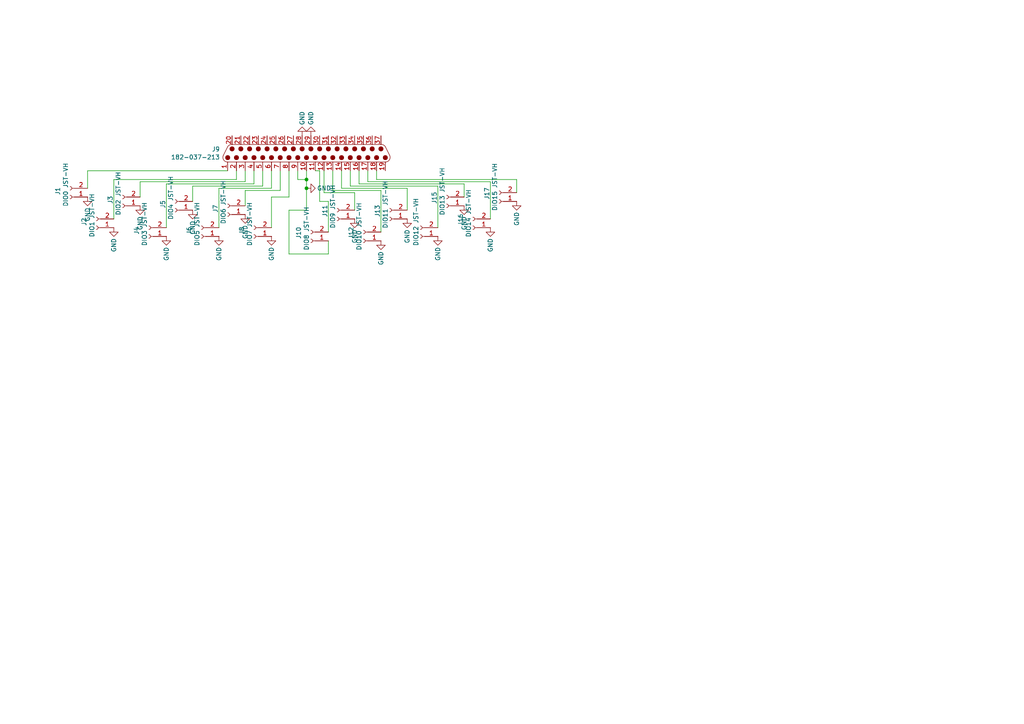
<source format=kicad_sch>
(kicad_sch (version 20250114) (generator "eeschema") (generator_version "9.0")
  (paper "A4")
  (title_block (title "Digital Input/Output Board") (date "2025-08-24") (rev "Rev B") (company "Gibson Curtis"))
  (lib_symbols
    (symbol "Connector:Conn_01x02_Socket" (pin_names (offset 1.016) (hide yes))
      (property "Reference" "J" (at 0 2.54 0))
      (property "Value" "Conn_01x02_Socket" (at 0 -5.08 0))
      (symbol "Conn_01x02_Socket_1_1"
        (polyline (pts (xy -1.27 0) (xy -0.508 0)) (stroke (width 0.1524)))
        (polyline (pts (xy -1.27 -2.54) (xy -0.508 -2.54)) (stroke (width 0.1524)))
        (arc (start 0 -0.508) (mid -0.5058 0) (end 0 0.508) (stroke (width 0.1524)))
        (arc (start 0 -3.048) (mid -0.5058 -2.54) (end 0 -2.032) (stroke (width 0.1524)))
        (pin passive line (at -5.08 0 0) (length 3.81) (name "Pin_1") (number "1"))
        (pin passive line (at -5.08 -2.54 0) (length 3.81) (name "Pin_2") (number "2"))
      )
    )
    (symbol "custom-symbols:182-037-213" (pin_names (offset 1.016))
      (property "Reference" "J" (at 0 -10.16 0))
      (property "Value" "custom-symbols_182-037-213" (at 0 10.16 0))
      (symbol "182-037-213_0_1"
        (arc (start -21.59 -2.54) (mid -22.7607 -1.9426) (end -22.86 -0.635))
        (polyline (pts (xy -21.59 1.905) (xy -22.86 -0.635)))
        (circle (center -21.59 -1.27) (radius 0.635) (fill (type outline)))
        (polyline (pts (xy -21.59 -2.54) (xy 24.13 -2.54)))
        (arc (start -21.59 1.905) (mid -21.0447 2.4) (end -20.32 2.54))
        (circle (center -20.32 1.27) (radius 0.635) (fill (type outline)))
        (circle (center -19.05 -1.27) (radius 0.635) (fill (type outline)))
        (circle (center -17.78 1.27) (radius 0.635) (fill (type outline)))
        (circle (center -16.51 -1.27) (radius 0.635) (fill (type outline)))
        (circle (center -15.24 1.27) (radius 0.635) (fill (type outline)))
        (circle (center -13.97 -1.27) (radius 0.635) (fill (type outline)))
        (circle (center -12.7 1.27) (radius 0.635) (fill (type outline)))
        (circle (center -11.43 -1.27) (radius 0.635) (fill (type outline)))
        (circle (center -10.16 1.27) (radius 0.635) (fill (type outline)))
        (circle (center -8.89 -1.27) (radius 0.635) (fill (type outline)))
        (circle (center -7.62 1.27) (radius 0.635) (fill (type outline)))
        (circle (center -6.35 -1.27) (radius 0.635) (fill (type outline)))
        (circle (center -5.08 1.27) (radius 0.635) (fill (type outline)))
        (circle (center -3.81 -1.27) (radius 0.635) (fill (type outline)))
        (circle (center -2.54 1.27) (radius 0.635) (fill (type outline)))
        (circle (center -1.27 -1.27) (radius 0.635) (fill (type outline)))
        (circle (center 0 1.27) (radius 0.635) (fill (type outline)))
        (circle (center 1.27 -1.27) (radius 0.635) (fill (type outline)))
        (circle (center 2.54 1.27) (radius 0.635) (fill (type outline)))
        (circle (center 3.81 -1.27) (radius 0.635) (fill (type outline)))
        (circle (center 5.08 1.27) (radius 0.635) (fill (type outline)))
        (circle (center 6.35 -1.27) (radius 0.635) (fill (type outline)))
        (circle (center 7.62 1.27) (radius 0.635) (fill (type outline)))
        (circle (center 8.89 -1.27) (radius 0.635) (fill (type outline)))
        (circle (center 10.16 1.27) (radius 0.635) (fill (type outline)))
        (circle (center 11.43 -1.27) (radius 0.635) (fill (type outline)))
        (circle (center 12.7 1.27) (radius 0.635) (fill (type outline)))
        (circle (center 13.97 -1.27) (radius 0.635) (fill (type outline)))
        (circle (center 15.24 1.27) (radius 0.635) (fill (type outline)))
        (circle (center 16.51 -1.27) (radius 0.635) (fill (type outline)))
        (circle (center 17.78 1.27) (radius 0.635) (fill (type outline)))
        (circle (center 19.05 -1.27) (radius 0.635) (fill (type outline)))
        (circle (center 20.32 1.27) (radius 0.635) (fill (type outline)))
        (circle (center 21.59 -1.27) (radius 0.635) (fill (type outline)))
        (polyline (pts (xy 22.86 2.54) (xy -20.32 2.54)) (fill (type background)))
        (circle (center 22.86 1.27) (radius 0.635) (fill (type outline)))
        (arc (start 22.86 2.54) (mid 23.5874 2.4054) (end 24.13 1.905))
        (circle (center 24.13 -1.27) (radius 0.635) (fill (type outline)))
        (arc (start 25.4 -0.635) (mid 25.2957 -1.9393) (end 24.13 -2.54))
        (polyline (pts (xy 25.4 -0.635) (xy 24.13 1.905)))
      )
      (symbol "182-037-213_1_1"
        (pin input line (at -21.59 -5.08 90) (length 2.54) (name "~") (number "1"))
        (pin input line (at -20.32 5.08 270) (length 2.54) (name "~") (number "20"))
        (pin input line (at -19.05 -5.08 90) (length 2.54) (name "~") (number "2"))
        (pin input line (at -17.78 5.08 270) (length 2.54) (name "~") (number "21"))
        (pin input line (at -16.51 -5.08 90) (length 2.54) (name "~") (number "3"))
        (pin input line (at -15.24 5.08 270) (length 2.54) (name "~") (number "22"))
        (pin input line (at -13.97 -5.08 90) (length 2.54) (name "~") (number "4"))
        (pin input line (at -12.7 5.08 270) (length 2.54) (name "~") (number "23"))
        (pin input line (at -11.43 -5.08 90) (length 2.54) (name "~") (number "5"))
        (pin input line (at -10.16 5.08 270) (length 2.54) (name "~") (number "24"))
        (pin input line (at -8.89 -5.08 90) (length 2.54) (name "~") (number "6"))
        (pin input line (at -7.62 5.08 270) (length 2.54) (name "~") (number "25"))
        (pin input line (at -6.35 -5.08 90) (length 2.54) (name "~") (number "7"))
        (pin input line (at -5.08 5.08 270) (length 2.54) (name "~") (number "26"))
        (pin input line (at -3.81 -5.08 90) (length 2.54) (name "~") (number "8"))
        (pin input line (at -2.54 5.08 270) (length 2.54) (name "~") (number "27"))
        (pin input line (at -1.27 -5.08 90) (length 2.54) (name "~") (number "9"))
        (pin input line (at 0 5.08 270) (length 2.54) (name "~") (number "28"))
        (pin input line (at 1.27 -5.08 90) (length 2.54) (name "~") (number "10"))
        (pin input line (at 2.54 5.08 270) (length 2.54) (name "~") (number "29"))
        (pin input line (at 3.81 -5.08 90) (length 2.54) (name "~") (number "11"))
        (pin input line (at 5.08 5.08 270) (length 2.54) (name "~") (number "30"))
        (pin input line (at 6.35 -5.08 90) (length 2.54) (name "~") (number "12"))
        (pin input line (at 7.62 5.08 270) (length 2.54) (name "~") (number "31"))
        (pin input line (at 8.89 -5.08 90) (length 2.54) (name "~") (number "13"))
        (pin input line (at 10.16 5.08 270) (length 2.54) (name "~") (number "32"))
        (pin input line (at 11.43 -5.08 90) (length 2.54) (name "~") (number "14"))
        (pin input line (at 12.7 5.08 270) (length 2.54) (name "~") (number "33"))
        (pin input line (at 13.97 -5.08 90) (length 2.54) (name "~") (number "15"))
        (pin input line (at 15.24 5.08 270) (length 2.54) (name "~") (number "34"))
        (pin input line (at 16.51 -5.08 90) (length 2.54) (name "~") (number "16"))
        (pin input line (at 17.78 5.08 270) (length 2.54) (name "~") (number "35"))
        (pin input line (at 19.05 -5.08 90) (length 2.54) (name "~") (number "17"))
        (pin input line (at 20.32 5.08 270) (length 2.54) (name "~") (number "36"))
        (pin input line (at 21.59 -5.08 90) (length 2.54) (name "~") (number "18"))
        (pin input line (at 22.86 5.08 270) (length 2.54) (name "~") (number "37"))
        (pin input line (at 24.13 -5.08 90) (length 2.54) (name "~") (number "19"))
      )
    )
    (symbol "power:GND" (power) (pin_numbers (hide yes)) (pin_names (offset 0) (hide yes))
      (property "Value" "GND" (at 0 -3.81 0))
      (symbol "GND_0_1"
        (polyline (pts (xy 0 0) (xy 0 -1.27) (xy 1.27 -1.27) (xy 0 -2.54) (xy -1.27 -1.27) (xy 0 -1.27)))
      )
      (symbol "GND_1_1"
        (pin power_in line (at 0 0 270) (length 0) (name "~") (number "1"))
      )
    )
  )
  (junction (at 88.9 54.61))
  (junction (at 88.9 52.07))
  (wire (pts (xy 99.06 54.61) (xy 99.06 49.53)))
  (wire (pts (xy 95.25 73.66) (xy 83.82 73.66)))
  (wire (pts (xy 25.4 54.61) (xy 25.4 49.53)))
  (wire (pts (xy 110.49 67.31) (xy 110.49 55.245)))
  (wire (pts (xy 134.62 53.34) (xy 134.62 57.15)))
  (wire (pts (xy 78.74 57.15) (xy 83.82 57.15)))
  (wire (pts (xy 142.24 63.5) (xy 142.24 52.705)))
  (wire (pts (xy 102.87 55.88) (xy 93.98 55.88)))
  (wire (pts (xy 110.49 55.245) (xy 96.52 55.245)))
  (wire (pts (xy 48.26 53.34) (xy 48.26 66.04)))
  (wire (pts (xy 92.71 49.53) (xy 91.44 49.53)))
  (wire (pts (xy 118.11 54.61) (xy 99.06 54.61)))
  (wire (pts (xy 83.82 60.96) (xy 88.9 60.96)))
  (wire (pts (xy 33.02 52.07) (xy 68.58 52.07)))
  (wire (pts (xy 102.87 55.88) (xy 102.87 60.96)))
  (wire (pts (xy 55.88 53.975) (xy 55.88 58.42)))
  (wire (pts (xy 109.22 52.07) (xy 149.86 52.07)))
  (wire (pts (xy 86.36 49.53) (xy 86.36 52.07)))
  (wire (pts (xy 134.62 53.34) (xy 104.14 53.34)))
  (wire (pts (xy 92.71 58.42) (xy 92.71 49.53)))
  (wire (pts (xy 33.02 52.07) (xy 33.02 63.5)))
  (wire (pts (xy 48.26 53.34) (xy 73.66 53.34)))
  (wire (pts (xy 63.5 54.61) (xy 78.74 54.61)))
  (wire (pts (xy 55.88 53.975) (xy 76.2 53.975)))
  (wire (pts (xy 81.28 55.245) (xy 81.28 49.53)))
  (wire (pts (xy 106.68 52.705) (xy 106.68 49.53)))
  (wire (pts (xy 73.66 53.34) (xy 73.66 49.53)))
  (wire (pts (xy 40.64 52.705) (xy 71.12 52.705)))
  (wire (pts (xy 63.5 66.04) (xy 63.5 54.61)))
  (wire (pts (xy 104.14 53.34) (xy 104.14 49.53)))
  (wire (pts (xy 88.9 52.07) (xy 88.9 49.53)))
  (wire (pts (xy 71.12 55.245) (xy 71.12 59.69)))
  (wire (pts (xy 88.9 54.61) (xy 88.9 52.07)))
  (wire (pts (xy 40.64 52.705) (xy 40.64 57.15)))
  (wire (pts (xy 78.74 54.61) (xy 78.74 49.53)))
  (wire (pts (xy 93.98 55.88) (xy 93.98 49.53)))
  (wire (pts (xy 96.52 55.245) (xy 96.52 49.53)))
  (wire (pts (xy 71.12 52.705) (xy 71.12 49.53)))
  (wire (pts (xy 142.24 52.705) (xy 106.68 52.705)))
  (wire (pts (xy 127 53.975) (xy 101.6 53.975)))
  (wire (pts (xy 83.82 73.66) (xy 83.82 60.96)))
  (wire (pts (xy 95.25 69.85) (xy 95.25 73.66)))
  (wire (pts (xy 86.36 52.07) (xy 88.9 52.07)))
  (wire (pts (xy 68.58 52.07) (xy 68.58 49.53)))
  (wire (pts (xy 83.82 57.15) (xy 83.82 49.53)))
  (wire (pts (xy 78.74 66.04) (xy 78.74 57.15)))
  (wire (pts (xy 92.71 58.42) (xy 95.25 58.42)))
  (wire (pts (xy 149.86 52.07) (xy 149.86 55.88)))
  (wire (pts (xy 88.9 60.96) (xy 88.9 54.61)))
  (wire (pts (xy 76.2 53.975) (xy 76.2 49.53)))
  (wire (pts (xy 118.11 54.61) (xy 118.11 60.96)))
  (wire (pts (xy 127 66.04) (xy 127 53.975)))
  (wire (pts (xy 101.6 53.975) (xy 101.6 49.53)))
  (wire (pts (xy 71.12 55.245) (xy 81.28 55.245)))
  (wire (pts (xy 25.4 49.53) (xy 66.04 49.53)))
  (wire (pts (xy 109.22 49.53) (xy 109.22 52.07)))
  (wire (pts (xy 95.25 58.42) (xy 95.25 67.31)))
  (symbol (lib_id "custom-symbols:182-037-213") (at 87.63 44.45 0) (unit 1)
    (property "Reference" "J9" (at 63.8048 43.2816 0) (effects (justify right)))
    (property "Value" "182-037-213" (at 63.8048 45.593 0) (effects (justify right)))
    (property "Footprint" "Connector_Dsub:DSUB-37_Socket_Vertical_P2.77x2.84mm_MountingHoles" (effects (hide yes)))
  )
  (symbol (lib_id "Connector:Conn_01x02_Socket") (at 105.41 69.85 180) (unit 1)
    (property "Reference" "J12" (at 101.854 69.342 90) (effects (justify right)))
    (property "Value" "DIO10 JST-VH" (at 104.14 72.644 90) (effects (justify right)))
    (property "Footprint" "Connector_JST:JST_VH_B2P-VH-B_1x02_P3.96mm_Vertical" (effects (hide yes)))
    (property "Description" "Generic connector, single row, 01x02, script generated" (effects (hide yes)))
  )
  (symbol (lib_id "power:GND") (at 134.62 59.69 0) (unit 1)
    (property "Reference" "#PWR012" (effects (hide yes)))
    (property "Value" "GND" (at 134.62 64.77 90))
    (property "Description" "Power symbol creates a global label with name \"GND\" , ground" (effects (hide yes)))
  )
  (symbol (lib_id "Connector:Conn_01x02_Socket") (at 66.04 62.23 180) (unit 1)
    (property "Reference" "J7" (at 62.484 61.722 90) (effects (justify right)))
    (property "Value" "DIO6 JST-VH" (at 64.77 65.024 90) (effects (justify right)))
    (property "Footprint" "Connector_JST:JST_VH_B2P-VH-B_1x02_P3.96mm_Vertical" (effects (hide yes)))
    (property "Description" "Generic connector, single row, 01x02, script generated" (effects (hide yes)))
  )
  (symbol (lib_id "power:GND") (at 118.11 63.5 0) (unit 1)
    (property "Reference" "#PWR08" (effects (hide yes)))
    (property "Value" "GND" (at 118.11 68.58 90))
    (property "Description" "Power symbol creates a global label with name \"GND\" , ground" (effects (hide yes)))
  )
  (symbol (lib_id "power:GND") (at 55.88 60.96 0) (unit 1)
    (property "Reference" "#PWR016" (effects (hide yes)))
    (property "Value" "GND" (at 55.88 66.04 90))
    (property "Description" "Power symbol creates a global label with name \"GND\" , ground" (effects (hide yes)))
  )
  (symbol (lib_id "Connector:Conn_01x02_Socket") (at 129.54 59.69 180) (unit 1)
    (property "Reference" "J15" (at 125.984 59.182 90) (effects (justify right)))
    (property "Value" "DIO13 JST-VH" (at 128.27 62.484 90) (effects (justify right)))
    (property "Footprint" "Connector_JST:JST_VH_B2P-VH-B_1x02_P3.96mm_Vertical" (effects (hide yes)))
    (property "Description" "Generic connector, single row, 01x02, script generated" (effects (hide yes)))
  )
  (symbol (lib_id "power:GND") (at 63.5 68.58 0) (unit 1)
    (property "Reference" "#PWR015" (effects (hide yes)))
    (property "Value" "GND" (at 63.5 73.66 90))
    (property "Description" "Power symbol creates a global label with name \"GND\" , ground" (effects (hide yes)))
  )
  (symbol (lib_id "Connector:Conn_01x02_Socket") (at 43.18 68.58 180) (unit 1)
    (property "Reference" "J4" (at 39.624 68.072 90) (effects (justify right)))
    (property "Value" "DIO3 JST-VH" (at 41.91 71.374 90) (effects (justify right)))
    (property "Footprint" "Connector_JST:JST_VH_B2P-VH-B_1x02_P3.96mm_Vertical" (effects (hide yes)))
    (property "Description" "Generic connector, single row, 01x02, script generated" (effects (hide yes)))
  )
  (symbol (lib_id "power:GND") (at 71.12 62.23 0) (unit 1)
    (property "Reference" "#PWR014" (effects (hide yes)))
    (property "Value" "GND" (at 71.12 67.31 90))
    (property "Description" "Power symbol creates a global label with name \"GND\" , ground" (effects (hide yes)))
  )
  (symbol (lib_id "power:GND") (at 88.9 54.61 90) (unit 1)
    (property "Reference" "#PWR04" (effects (hide yes)))
    (property "Value" "GND" (at 93.98 54.61 90))
    (property "Description" "Power symbol creates a global label with name \"GND\" , ground" (effects (hide yes)))
  )
  (symbol (lib_id "Connector:Conn_01x02_Socket") (at 97.79 63.5 180) (unit 1)
    (property "Reference" "J11" (at 94.234 62.992 90) (effects (justify right)))
    (property "Value" "DIO9 JST-VH" (at 96.52 66.294 90) (effects (justify right)))
    (property "Footprint" "Connector_JST:JST_VH_B2P-VH-B_1x02_P3.96mm_Vertical" (effects (hide yes)))
    (property "Description" "Generic connector, single row, 01x02, script generated" (effects (hide yes)))
  )
  (symbol (lib_id "power:GND") (at 25.4 57.15 0) (unit 1)
    (property "Reference" "#PWR020" (effects (hide yes)))
    (property "Value" "GND" (at 25.4 62.23 90))
    (property "Description" "Power symbol creates a global label with name \"GND\" , ground" (effects (hide yes)))
  )
  (symbol (lib_id "Connector:Conn_01x02_Socket") (at 144.78 58.42 180) (unit 1)
    (property "Reference" "J17" (at 141.224 57.912 90) (effects (justify right)))
    (property "Value" "DIO15 JST-VH" (at 143.51 61.214 90) (effects (justify right)))
    (property "Footprint" "Connector_JST:JST_VH_B2P-VH-B_1x02_P3.96mm_Vertical" (effects (hide yes)))
    (property "Description" "Generic connector, single row, 01x02, script generated" (effects (hide yes)))
  )
  (symbol (lib_id "power:GND") (at 149.86 58.42 0) (unit 1)
    (property "Reference" "#PWR011" (effects (hide yes)))
    (property "Value" "GND" (at 149.86 63.5 90))
    (property "Description" "Power symbol creates a global label with name \"GND\" , ground" (effects (hide yes)))
  )
  (symbol (lib_id "power:GND") (at 90.17 39.37 180) (unit 1)
    (property "Reference" "#PWR01" (effects (hide yes)))
    (property "Value" "GND" (at 90.17 34.29 90))
    (property "Description" "Power symbol creates a global label with name \"GND\" , ground" (effects (hide yes)))
  )
  (symbol (lib_id "Connector:Conn_01x02_Socket") (at 50.8 60.96 180) (unit 1)
    (property "Reference" "J5" (at 47.244 60.452 90) (effects (justify right)))
    (property "Value" "DIO4 JST-VH" (at 49.53 63.754 90) (effects (justify right)))
    (property "Footprint" "Connector_JST:JST_VH_B2P-VH-B_1x02_P3.96mm_Vertical" (effects (hide yes)))
    (property "Description" "Generic connector, single row, 01x02, script generated" (effects (hide yes)))
  )
  (symbol (lib_id "power:GND") (at 40.64 59.69 0) (unit 1)
    (property "Reference" "#PWR018" (effects (hide yes)))
    (property "Value" "GND" (at 40.64 64.77 90))
    (property "Description" "Power symbol creates a global label with name \"GND\" , ground" (effects (hide yes)))
  )
  (symbol (lib_id "power:GND") (at 48.26 68.58 0) (unit 1)
    (property "Reference" "#PWR017" (effects (hide yes)))
    (property "Value" "GND" (at 48.26 73.66 90))
    (property "Description" "Power symbol creates a global label with name \"GND\" , ground" (effects (hide yes)))
  )
  (symbol (lib_id "Connector:Conn_01x02_Socket") (at 27.94 66.04 180) (unit 1)
    (property "Reference" "J2" (at 24.384 65.532 90) (effects (justify right)))
    (property "Value" "DIO1 JST-VH" (at 26.67 68.834 90) (effects (justify right)))
    (property "Footprint" "Connector_JST:JST_VH_B2P-VH-B_1x02_P3.96mm_Vertical" (effects (hide yes)))
    (property "Description" "Generic connector, single row, 01x02, script generated" (effects (hide yes)))
  )
  (symbol (lib_id "power:GND") (at 33.02 66.04 0) (unit 1)
    (property "Reference" "#PWR019" (effects (hide yes)))
    (property "Value" "GND" (at 33.02 71.12 90))
    (property "Description" "Power symbol creates a global label with name \"GND\" , ground" (effects (hide yes)))
  )
  (symbol (lib_id "power:GND") (at 110.49 69.85 0) (unit 1)
    (property "Reference" "#PWR07" (effects (hide yes)))
    (property "Value" "GND" (at 110.49 74.93 90))
    (property "Description" "Power symbol creates a global label with name \"GND\" , ground" (effects (hide yes)))
  )
  (symbol (lib_id "Connector:Conn_01x02_Socket") (at 90.17 69.85 180) (unit 1)
    (property "Reference" "J10" (at 86.614 69.342 90) (effects (justify right)))
    (property "Value" "DIO8 JST-VH" (at 88.9 72.644 90) (effects (justify right)))
    (property "Footprint" "Connector_JST:JST_VH_B2P-VH-B_1x02_P3.96mm_Vertical" (effects (hide yes)))
    (property "Description" "Generic connector, single row, 01x02, script generated" (effects (hide yes)))
  )
  (symbol (lib_id "Connector:Conn_01x02_Socket") (at 58.42 68.58 180) (unit 1)
    (property "Reference" "J6" (at 54.864 68.072 90) (effects (justify right)))
    (property "Value" "DIO5 JST-VH" (at 57.15 71.374 90) (effects (justify right)))
    (property "Footprint" "Connector_JST:JST_VH_B2P-VH-B_1x02_P3.96mm_Vertical" (effects (hide yes)))
    (property "Description" "Generic connector, single row, 01x02, script generated" (effects (hide yes)))
  )
  (symbol (lib_id "Connector:Conn_01x02_Socket") (at 137.16 66.04 180) (unit 1)
    (property "Reference" "J16" (at 133.604 65.532 90) (effects (justify right)))
    (property "Value" "DIO14 JST-VH" (at 135.89 68.834 90) (effects (justify right)))
    (property "Footprint" "Connector_JST:JST_VH_B2P-VH-B_1x02_P3.96mm_Vertical" (effects (hide yes)))
    (property "Description" "Generic connector, single row, 01x02, script generated" (effects (hide yes)))
  )
  (symbol (lib_id "Connector:Conn_01x02_Socket") (at 35.56 59.69 180) (unit 1)
    (property "Reference" "J3" (at 32.004 59.182 90) (effects (justify right)))
    (property "Value" "DIO2 JST-VH" (at 34.29 62.484 90) (effects (justify right)))
    (property "Footprint" "Connector_JST:JST_VH_B2P-VH-B_1x02_P3.96mm_Vertical" (effects (hide yes)))
    (property "Description" "Generic connector, single row, 01x02, script generated" (effects (hide yes)))
  )
  (symbol (lib_id "power:GND") (at 78.74 68.58 0) (unit 1)
    (property "Reference" "#PWR013" (effects (hide yes)))
    (property "Value" "GND" (at 78.74 73.66 90))
    (property "Description" "Power symbol creates a global label with name \"GND\" , ground" (effects (hide yes)))
  )
  (symbol (lib_id "Connector:Conn_01x02_Socket") (at 20.32 57.15 180) (unit 1)
    (property "Reference" "J1" (at 16.764 56.642 90) (effects (justify right)))
    (property "Value" "DIO0 JST-VH" (at 19.05 59.944 90) (effects (justify right)))
    (property "Footprint" "Connector_JST:JST_VH_B2P-VH-B_1x02_P3.96mm_Vertical" (effects (hide yes)))
    (property "Description" "Generic connector, single row, 01x02, script generated" (effects (hide yes)))
  )
  (symbol (lib_id "power:GND") (at 127 68.58 0) (unit 1)
    (property "Reference" "#PWR09" (effects (hide yes)))
    (property "Value" "GND" (at 127 73.66 90))
    (property "Description" "Power symbol creates a global label with name \"GND\" , ground" (effects (hide yes)))
  )
  (symbol (lib_id "power:GND") (at 142.24 66.04 0) (unit 1)
    (property "Reference" "#PWR010" (effects (hide yes)))
    (property "Value" "GND" (at 142.24 71.12 90))
    (property "Description" "Power symbol creates a global label with name \"GND\" , ground" (effects (hide yes)))
  )
  (symbol (lib_id "power:GND") (at 87.63 39.37 180) (unit 1)
    (property "Reference" "#PWR02" (effects (hide yes)))
    (property "Value" "GND" (at 87.63 34.29 90))
    (property "Description" "Power symbol creates a global label with name \"GND\" , ground" (effects (hide yes)))
  )
  (symbol (lib_id "Connector:Conn_01x02_Socket") (at 121.92 68.58 180) (unit 1)
    (property "Reference" "J14" (effects (hide yes)))
    (property "Value" "DIO12 JST-VH" (at 120.65 71.374 90) (effects (justify right)))
    (property "Footprint" "Connector_JST:JST_VH_B2P-VH-B_1x02_P3.96mm_Vertical" (effects (hide yes)))
    (property "Description" "Generic connector, single row, 01x02, script generated" (effects (hide yes)))
  )
  (symbol (lib_id "Connector:Conn_01x02_Socket") (at 113.03 63.5 180) (unit 1)
    (property "Reference" "J13" (at 109.474 62.992 90) (effects (justify right)))
    (property "Value" "DIO11 JST-VH" (at 111.76 66.294 90) (effects (justify right)))
    (property "Footprint" "Connector_JST:JST_VH_B2P-VH-B_1x02_P3.96mm_Vertical" (effects (hide yes)))
    (property "Description" "Generic connector, single row, 01x02, script generated" (effects (hide yes)))
  )
  (symbol (lib_id "power:GND") (at 102.87 63.5 0) (unit 1)
    (property "Reference" "#PWR06" (effects (hide yes)))
    (property "Value" "GND" (at 102.87 68.58 90))
    (property "Description" "Power symbol creates a global label with name \"GND\" , ground" (effects (hide yes)))
  )
  (symbol (lib_id "Connector:Conn_01x02_Socket") (at 73.66 68.58 180) (unit 1)
    (property "Reference" "J8" (at 70.104 68.072 90) (effects (justify right)))
    (property "Value" "DIO7 JST-VH" (at 72.39 71.374 90) (effects (justify right)))
    (property "Footprint" "Connector_JST:JST_VH_B2P-VH-B_1x02_P3.96mm_Vertical" (effects (hide yes)))
    (property "Description" "Generic connector, single row, 01x02, script generated" (effects (hide yes)))
  )
)
</source>
